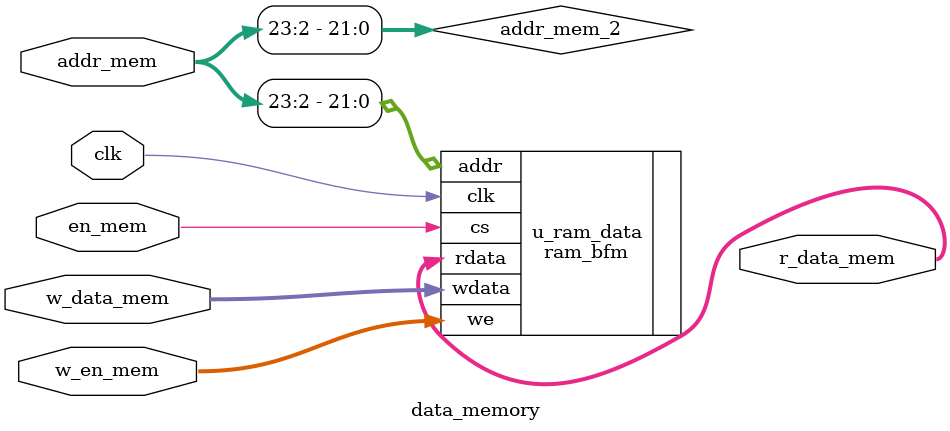
<source format=v>
`include "define.vh"
module data_memory #(
    //parameter RAM_SPACE = 1073741824
    parameter RAM_SPACE = 4194304
)(
    input  wire         clk,
    //input  wire         rstn,
    input  wire[31:0]   addr_mem,
    input  wire[31:0]   w_data_mem,
//    input  wire[ 3:0]   r_en_mem,
    input  wire[ 3:0]   w_en_mem,
    input  wire         en_mem,
    output wire[31:0]   r_data_mem
);
localparam ADDR_WIDTH = $clog2(RAM_SPACE);
wire [ADDR_WIDTH -1 : 0] addr_mem_2;

assign addr_mem_2 = addr_mem[ADDR_WIDTH +2-1 : 2];//Word-alignment, and width depends on `RAM_SPACE


`ifdef FPGA_MODE

DATA_RAM u_ram_data (
  .clka         (clk          ),    // input wire clka
  .ena          (en_mem       ),      // input wire ena
  .wea          (w_en_mem     ),      // input wire [3 : 0] wea
  .addra        (addr_mem_2   ),  // input wire [11 : 0] addra
  .dina         (w_data_mem   ),    // input wire [31 : 0] dina
  .douta        (r_data_mem   )  // output wire [31 : 0] douta
);

`elsif  MC_MACRO

SRAM_4096_32 u_ram_data(
    .QA       ( r_data_mem      ),     //port-A data output
    .CLKA     ( clk             ),     //port-A clock
    .CENA     ( en_mem          ),     //port-A chip enable
    .WENA     ( w_en_mem        ),     //port-A write enable
    .AA       ( addr_mem_2      ),     //port-A address
    .DA       ( w_data_mem      ),     //port-A data input

    .QB       (                 ),     //port-B data output
    .CLKB     ( 1'b0            ),     //port-B clock
    .CENB     ( 1'b0            ),     //port-B chip enable
    .WENB     ( 4'd0            ),     //port-B write enable
    .AB       ( 12'd0           ),     //port-B address
    .DB       (                 ),     //port-B data input
    
    .EMAA     (     ),     
    .EMAB     (     )
);

`else //REG_ARRAY
ram_bfm #(
        .DATA_WHITH     ( 32            ),
        .DATA_SIZE      ( 8             ),
        .ADDR_WHITH     ( ADDR_WIDTH    ),
        .RAM_DEPTH      ( RAM_SPACE     )
    )
    u_ram_data(
    //system signals
    .clk                        ( clk               ),
    //RAM Control signals
    .cs                         ( en_mem            ),
    .we                         ( w_en_mem          ),
    .addr                       ( addr_mem_2        ),
    .wdata                      ( w_data_mem        ),
    .rdata                      ( r_data_mem        )
);
`endif
endmodule

</source>
